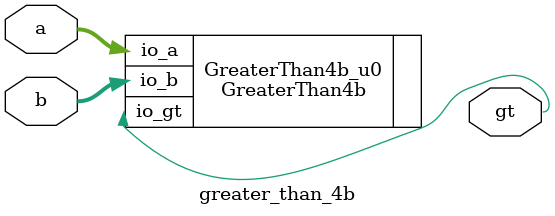
<source format=sv>
module greater_than_4b
    (
    input logic     [3:0]   a,
    input logic     [3:0]   b,
    output logic            gt
    );

    GreaterThan4b GreaterThan4b_u0 (
        .io_gt  ( gt    ),
        .io_a   ( a     ),
        .io_b   ( b     )
    );
endmodule
</source>
